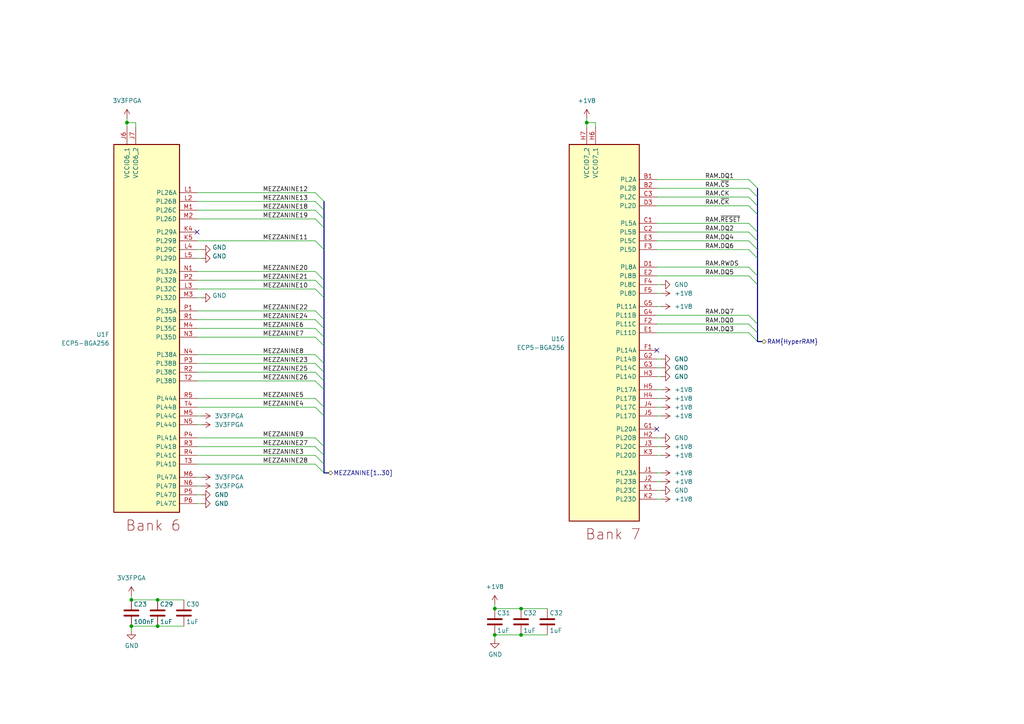
<source format=kicad_sch>
(kicad_sch (version 20230121) (generator eeschema)
  (paper "A4")
  (title_block (title "${TITLE}") (date "${DATE}") (rev "${VERSION}") (company "${COPYRIGHT}") (comment 1 "${LICENSE}"))
  (lib_symbols
    (symbol "Device:C" (pin_numbers hide) (pin_names (offset 0.254))
      (property "Reference" "C" (at 0.635 2.54 0))
      (property "Value" "C" (at 0.635 -2.54 0))
      (symbol "C_0_1"
        (polyline (pts (xy -2.032 -0.762) (xy 2.032 -0.762)) (stroke (width 0.508)))
        (polyline (pts (xy -2.032 0.762) (xy 2.032 0.762)) (stroke (width 0.508)))
      )
      (symbol "C_1_1"
        (pin passive line (at 0 3.81 270) (length 2.794) (name "~") (number "1"))
        (pin passive line (at 0 -3.81 90) (length 2.794) (name "~") (number "2"))
      )
    )
    (symbol "fpgas_and_processors:ECP5-BGA256" (pin_names (offset 0.762))
      (property "Reference" "U" (at -2.54 1.27 0))
      (property "Value" "ECP5-BGA256" (at 10.16 1.27 0))
      (symbol "ECP5-BGA256_1_0"
        (rectangle (start 5.08 0) (end 33.02 -71.12) (stroke (width 0.3048)) (fill (type background)))
      )
      (symbol "ECP5-BGA256_1_1"
        (text "FPGA Supplies" (at 19.05 -76.2 0) (effects (font (size 2.9972 2.9972))))
        (pin power_in line (at 38.1 -2.54 180) (length 5.08) (name "GND_1") (number "A1"))
        (pin power_in line (at 38.1 -5.08 180) (length 5.08) (name "GND_2") (number "A16"))
        (pin power_in line (at 38.1 -10.16 180) (length 5.08) (name "GND_4") (number "D15"))
        (pin power_in line (at 38.1 -7.62 180) (length 5.08) (name "GND_3") (number "D2"))
        (pin power_in line (at 38.1 -12.7 180) (length 5.08) (name "GND_5") (number "F8"))
        (pin power_in line (at 38.1 -15.24 180) (length 5.08) (name "GND_6") (number "F9"))
        (pin power_in line (at 38.1 -20.32 180) (length 5.08) (name "GND_8") (number "G10"))
        (pin power_in line (at 0 -66.04 0) (length 5.08) (name "VCCAUX_1") (number "G11"))
        (pin power_in line (at 0 -2.54 0) (length 5.08) (name "VCC_1") (number "G6"))
        (pin power_in line (at 0 -5.08 0) (length 5.08) (name "VCC_2") (number "G7"))
        (pin power_in line (at 38.1 -17.78 180) (length 5.08) (name "GND_7") (number "G8"))
        (pin power_in line (at 0 -7.62 0) (length 5.08) (name "VCC_3") (number "G9"))
        (pin power_in line (at 38.1 -22.86 180) (length 5.08) (name "GND_9") (number "H1"))
        (pin power_in line (at 38.1 -30.48 180) (length 5.08) (name "GND_12") (number "H10"))
        (pin power_in line (at 38.1 -33.02 180) (length 5.08) (name "GND_13") (number "H16"))
        (pin power_in line (at 38.1 -25.4 180) (length 5.08) (name "GND_10") (number "H8"))
        (pin power_in line (at 38.1 -27.94 180) (length 5.08) (name "GND_11") (number "H9"))
        (pin power_in line (at 38.1 -40.64 180) (length 5.08) (name "GND_16") (number "J10"))
        (pin power_in line (at 38.1 -35.56 180) (length 5.08) (name "GND_14") (number "J8"))
        (pin power_in line (at 38.1 -38.1 180) (length 5.08) (name "GND_15") (number "J9"))
        (pin power_in line (at 38.1 -53.34 180) (length 5.08) (name "GND_21") (number "K10"))
        (pin power_in line (at 38.1 -43.18 180) (length 5.08) (name "GND_17") (number "K6"))
        (pin power_in line (at 38.1 -45.72 180) (length 5.08) (name "GND_18") (number "K7"))
        (pin power_in line (at 38.1 -48.26 180) (length 5.08) (name "GND_19") (number "K8"))
        (pin power_in line (at 38.1 -50.8 180) (length 5.08) (name "GND_20") (number "K9"))
        (pin power_in line (at 0 -15.24 0) (length 5.08) (name "VCC_6") (number "L10"))
        (pin power_in line (at 0 -68.58 0) (length 5.08) (name "VCCAUX_2") (number "L7"))
        (pin power_in line (at 0 -10.16 0) (length 5.08) (name "VCC_4") (number "L8"))
        (pin power_in line (at 0 -12.7 0) (length 5.08) (name "VCC_5") (number "L9"))
        (pin power_in line (at 38.1 -58.42 180) (length 5.08) (name "GND_23") (number "N15"))
        (pin power_in line (at 38.1 -55.88 180) (length 5.08) (name "GND_22") (number "N2"))
        (pin power_in line (at 38.1 -60.96 180) (length 5.08) (name "GND_24") (number "T1"))
        (pin power_in line (at 38.1 -66.04 180) (length 5.08) (name "GND_26") (number "T12"))
        (pin power_in line (at 38.1 -68.58 180) (length 5.08) (name "GND_27") (number "T16"))
        (pin power_in line (at 38.1 -63.5 180) (length 5.08) (name "GND_25") (number "T5"))
      )
      (symbol "ECP5-BGA256_2_1"
        (rectangle (start 0 0) (end 19.05 -74.93) (stroke (width 0.3048)) (fill (type background)))
        (text "Bank 0" (at 10.16 -78.74 0) (effects (font (size 2.9972 2.9972))))
        (pin bidirectional line (at 24.13 -11.43 180) (length 5.08) (name "PT4A") (number "A2"))
        (pin bidirectional line (at 24.13 -16.51 180) (length 5.08) (name "PT6A") (number "A3"))
        (pin bidirectional line (at 24.13 -19.05 180) (length 5.08) (name "PT6B") (number "A4"))
        (pin bidirectional line (at 24.13 -43.18 180) (length 5.08) (name "PT18A") (number "A5"))
        (pin bidirectional line (at 24.13 -45.72 180) (length 5.08) (name "PT18B") (number "A6"))
        (pin bidirectional line (at 24.13 -68.58 180) (length 5.08) (name "PT29A") (number "A7"))
        (pin bidirectional line (at 24.13 -71.12 180) (length 5.08) (name "PT29B") (number "A8"))
        (pin bidirectional line (at 24.13 -13.97 180) (length 5.08) (name "PT4B") (number "B3"))
        (pin bidirectional line (at 24.13 -29.21 180) (length 5.08) (name "PT11B") (number "B4"))
        (pin bidirectional line (at 24.13 -39.37 180) (length 5.08) (name "PT15B") (number "B5"))
        (pin bidirectional line (at 24.13 -55.88 180) (length 5.08) (name "PT22B") (number "B6"))
        (pin bidirectional line (at 24.13 -66.04 180) (length 5.08) (name "PT27B") (number "B7"))
        (pin bidirectional line (at 24.13 -26.67 180) (length 5.08) (name "PT11A") (number "C4"))
        (pin bidirectional line (at 24.13 -36.83 180) (length 5.08) (name "PT15A") (number "C5"))
        (pin bidirectional line (at 24.13 -53.34 180) (length 5.08) (name "PT22A") (number "C6"))
        (pin bidirectional line (at 24.13 -63.5 180) (length 5.08) (name "PT27A") (number "C7"))
        (pin bidirectional line (at 24.13 -24.13 180) (length 5.08) (name "PT9B") (number "D4"))
        (pin bidirectional line (at 24.13 -34.29 180) (length 5.08) (name "PT13B") (number "D5"))
        (pin bidirectional line (at 24.13 -50.8 180) (length 5.08) (name "PT20B") (number "D6"))
        (pin bidirectional line (at 24.13 -60.96 180) (length 5.08) (name "PT24B") (number "D7"))
        (pin bidirectional line (at 24.13 -21.59 180) (length 5.08) (name "PT9A") (number "E4"))
        (pin bidirectional line (at 24.13 -31.75 180) (length 5.08) (name "PT13A") (number "E5"))
        (pin bidirectional line (at 24.13 -48.26 180) (length 5.08) (name "PT20A") (number "E6"))
        (pin bidirectional line (at 24.13 -58.42 180) (length 5.08) (name "PT24A") (number "E7"))
        (pin power_in line (at 7.62 5.08 270) (length 5.08) (name "VCCIO0_1") (number "F6"))
        (pin power_in line (at 5.08 5.08 270) (length 5.08) (name "VCCIO0_2") (number "F7"))
      )
      (symbol "ECP5-BGA256_3_0"
        (rectangle (start 0 0) (end 21.59 -93.98) (stroke (width 0.3048)) (fill (type background)))
      )
      (symbol "ECP5-BGA256_3_1"
        (text "Bank 1" (at 8.89 -96.52 0) (effects (font (size 2.9972 2.9972))))
        (pin bidirectional line (at 26.67 -34.29 180) (length 5.08) (name "PT42B") (number "A10"))
        (pin bidirectional line (at 26.67 -57.15 180) (length 5.08) (name "PT53A") (number "A11"))
        (pin bidirectional line (at 26.67 -59.69 180) (length 5.08) (name "PT53B") (number "A12"))
        (pin bidirectional line (at 26.67 -82.55 180) (length 5.08) (name "PT65A") (number "A13"))
        (pin bidirectional line (at 26.67 -85.09 180) (length 5.08) (name "PT65B") (number "A14"))
        (pin bidirectional line (at 26.67 -90.17 180) (length 5.08) (name "PT67B") (number "A15"))
        (pin bidirectional line (at 26.67 -31.75 180) (length 5.08) (name "PT42A") (number "A9"))
        (pin bidirectional line (at 26.67 -36.83 180) (length 5.08) (name "PT44A") (number "B10"))
        (pin bidirectional line (at 26.67 -46.99 180) (length 5.08) (name "PT49A") (number "B11"))
        (pin bidirectional line (at 26.67 -62.23 180) (length 5.08) (name "PT56A") (number "B12"))
        (pin bidirectional line (at 26.67 -72.39 180) (length 5.08) (name "PT60A") (number "B13"))
        (pin bidirectional line (at 26.67 -87.63 180) (length 5.08) (name "PT67A") (number "B14"))
        (pin bidirectional line (at 26.67 -19.05 180) (length 5.08) (name "PT35B") (number "B8"))
        (pin bidirectional line (at 26.67 -21.59 180) (length 5.08) (name "PT38A") (number "B9"))
        (pin bidirectional line (at 26.67 -39.37 180) (length 5.08) (name "PT44B") (number "C10"))
        (pin bidirectional line (at 26.67 -49.53 180) (length 5.08) (name "PT49B") (number "C11"))
        (pin bidirectional line (at 26.67 -64.77 180) (length 5.08) (name "PT56B") (number "C12"))
        (pin bidirectional line (at 26.67 -74.93 180) (length 5.08) (name "PT60B") (number "C13"))
        (pin bidirectional line (at 26.67 -16.51 180) (length 5.08) (name "PT35A") (number "C8"))
        (pin bidirectional line (at 26.67 -24.13 180) (length 5.08) (name "PT38B") (number "C9"))
        (pin bidirectional line (at 26.67 -41.91 180) (length 5.08) (name "PT47A") (number "D10"))
        (pin bidirectional line (at 26.67 -52.07 180) (length 5.08) (name "PT51A") (number "D11"))
        (pin bidirectional line (at 26.67 -67.31 180) (length 5.08) (name "PT58A") (number "D12"))
        (pin bidirectional line (at 26.67 -77.47 180) (length 5.08) (name "PT62A") (number "D13"))
        (pin bidirectional line (at 26.67 -13.97 180) (length 5.08) (name "PT33B") (number "D8"))
        (pin bidirectional line (at 26.67 -26.67 180) (length 5.08) (name "PT40A") (number "D9"))
        (pin bidirectional line (at 26.67 -44.45 180) (length 5.08) (name "PT47B") (number "E10"))
        (pin bidirectional line (at 26.67 -54.61 180) (length 5.08) (name "PT51B") (number "E11"))
        (pin bidirectional line (at 26.67 -69.85 180) (length 5.08) (name "PT58B") (number "E12"))
        (pin bidirectional line (at 26.67 -80.01 180) (length 5.08) (name "PT62B") (number "E13"))
        (pin bidirectional line (at 26.67 -11.43 180) (length 5.08) (name "PT33A") (number "E8"))
        (pin bidirectional line (at 26.67 -29.21 180) (length 5.08) (name "PT40B") (number "E9"))
        (pin power_in line (at 6.35 5.08 270) (length 5.08) (name "VCCIO1_1") (number "F10"))
        (pin power_in line (at 3.81 5.08 270) (length 5.08) (name "VCCIO1_2") (number "F11"))
      )
      (symbol "ECP5-BGA256_4_1"
        (rectangle (start 0 0) (end 19.05 -93.98) (stroke (width 0.3048)) (fill (type background)))
        (text "Bank 2" (at 10.16 -97.79 0) (effects (font (size 2.9972 2.9972))))
        (pin bidirectional line (at 24.13 -13.97 180) (length 5.08) (name "PR2B") (number "B15"))
        (pin bidirectional line (at 24.13 -11.43 180) (length 5.08) (name "PR2A") (number "B16"))
        (pin bidirectional line (at 24.13 -16.51 180) (length 5.08) (name "PR2C") (number "C14"))
        (pin bidirectional line (at 24.13 -24.13 180) (length 5.08) (name "PR5B") (number "C15"))
        (pin bidirectional line (at 24.13 -21.59 180) (length 5.08) (name "PR5A") (number "C16"))
        (pin bidirectional line (at 24.13 -19.05 180) (length 5.08) (name "PR2D") (number "D14"))
        (pin bidirectional line (at 24.13 -31.75 180) (length 5.08) (name "PR8A") (number "D16"))
        (pin bidirectional line (at 24.13 -26.67 180) (length 5.08) (name "PR5C") (number "E14"))
        (pin bidirectional line (at 24.13 -34.29 180) (length 5.08) (name "PR8B") (number "E15"))
        (pin bidirectional line (at 24.13 -49.53 180) (length 5.08) (name "PR11D") (number "E16"))
        (pin bidirectional line (at 24.13 -39.37 180) (length 5.08) (name "PR8D") (number "F12"))
        (pin bidirectional line (at 24.13 -36.83 180) (length 5.08) (name "PR8C") (number "F13"))
        (pin bidirectional line (at 24.13 -29.21 180) (length 5.08) (name "PR5D") (number "F14"))
        (pin bidirectional line (at 24.13 -46.99 180) (length 5.08) (name "PR11C") (number "F15"))
        (pin bidirectional line (at 24.13 -52.07 180) (length 5.08) (name "PR14A") (number "F16"))
        (pin bidirectional line (at 24.13 -41.91 180) (length 5.08) (name "PR11A") (number "G12"))
        (pin bidirectional line (at 24.13 -44.45 180) (length 5.08) (name "PR11B") (number "G13"))
        (pin bidirectional line (at 24.13 -57.15 180) (length 5.08) (name "PR14C") (number "G14"))
        (pin bidirectional line (at 24.13 -54.61 180) (length 5.08) (name "PR14B") (number "G15"))
        (pin bidirectional line (at 24.13 -72.39 180) (length 5.08) (name "PR20A") (number "G16"))
        (pin power_in line (at 3.81 5.08 270) (length 5.08) (name "VCCIO2_1") (number "H11"))
        (pin bidirectional line (at 24.13 -62.23 180) (length 5.08) (name "PR17A") (number "H12"))
        (pin bidirectional line (at 24.13 -64.77 180) (length 5.08) (name "PR17B") (number "H13"))
        (pin bidirectional line (at 24.13 -59.69 180) (length 5.08) (name "PR14D") (number "H14"))
        (pin bidirectional line (at 24.13 -74.93 180) (length 5.08) (name "PR20B") (number "H15"))
        (pin power_in line (at 6.35 5.08 270) (length 5.08) (name "VCCIO2_2") (number "J11"))
        (pin bidirectional line (at 24.13 -69.85 180) (length 5.08) (name "PR17D") (number "J12"))
        (pin bidirectional line (at 24.13 -67.31 180) (length 5.08) (name "PR17C") (number "J13"))
        (pin bidirectional line (at 24.13 -77.47 180) (length 5.08) (name "PR20C") (number "J14"))
        (pin bidirectional line (at 24.13 -85.09 180) (length 5.08) (name "PR23B") (number "J15"))
        (pin bidirectional line (at 24.13 -82.55 180) (length 5.08) (name "PR23A") (number "J16"))
        (pin bidirectional line (at 24.13 -80.01 180) (length 5.08) (name "PR20D") (number "K14"))
        (pin bidirectional line (at 24.13 -90.17 180) (length 5.08) (name "PR23D") (number "K15"))
        (pin bidirectional line (at 24.13 -87.63 180) (length 5.08) (name "PR23C") (number "K16"))
      )
      (symbol "ECP5-BGA256_5_0"
        (rectangle (start 0 0) (end 20.32 -91.44) (stroke (width 0.3048)) (fill (type background)))
      )
      (symbol "ECP5-BGA256_5_1"
        (text "Bank 3" (at 15.24 -96.52 0) (effects (font (size 2.9972 2.9972))))
        (pin power_in line (at 3.81 5.08 270) (length 5.08) (name "VCCIO3_1") (number "K11"))
        (pin bidirectional line (at 25.4 -22.86 180) (length 5.08) (name "PR29B") (number "K12"))
        (pin bidirectional line (at 25.4 -20.32 180) (length 5.08) (name "PR29A") (number "K13"))
        (pin power_in line (at 6.35 5.08 270) (length 5.08) (name "VCCIO3_2") (number "L11"))
        (pin bidirectional line (at 25.4 -27.94 180) (length 5.08) (name "PR29D") (number "L12"))
        (pin bidirectional line (at 25.4 -25.4 180) (length 5.08) (name "PR29C") (number "L13"))
        (pin bidirectional line (at 25.4 -35.56 180) (length 5.08) (name "PR32C") (number "L14"))
        (pin bidirectional line (at 25.4 -12.7 180) (length 5.08) (name "PR26B") (number "L15"))
        (pin bidirectional line (at 25.4 -10.16 180) (length 5.08) (name "PR26A") (number "L16"))
        (pin bidirectional line (at 25.4 -81.28 180) (length 5.08) (name "PR47A") (number "M11"))
        (pin bidirectional line (at 25.4 -76.2 180) (length 5.08) (name "PR44C") (number "M12"))
        (pin bidirectional line (at 25.4 -45.72 180) (length 5.08) (name "PR35C") (number "M13"))
        (pin bidirectional line (at 25.4 -38.1 180) (length 5.08) (name "PR32D") (number "M14"))
        (pin bidirectional line (at 25.4 -17.78 180) (length 5.08) (name "PR26D") (number "M15"))
        (pin bidirectional line (at 25.4 -15.24 180) (length 5.08) (name "PR26C") (number "M16"))
        (pin bidirectional line (at 25.4 -83.82 180) (length 5.08) (name "PR47B") (number "N11"))
        (pin bidirectional line (at 25.4 -78.74 180) (length 5.08) (name "PR44D") (number "N12"))
        (pin bidirectional line (at 25.4 -50.8 180) (length 5.08) (name "PR38A") (number "N13"))
        (pin bidirectional line (at 25.4 -48.26 180) (length 5.08) (name "PR35D") (number "N14"))
        (pin bidirectional line (at 25.4 -30.48 180) (length 5.08) (name "PR32A") (number "N16"))
        (pin bidirectional line (at 25.4 -86.36 180) (length 5.08) (name "PR47C") (number "P11"))
        (pin bidirectional line (at 25.4 -88.9 180) (length 5.08) (name "PR47D") (number "P12"))
        (pin bidirectional line (at 25.4 -60.96 180) (length 5.08) (name "PR41A") (number "P13"))
        (pin bidirectional line (at 25.4 -53.34 180) (length 5.08) (name "PR38B") (number "P14"))
        (pin bidirectional line (at 25.4 -33.02 180) (length 5.08) (name "PR32B") (number "P15"))
        (pin bidirectional line (at 25.4 -40.64 180) (length 5.08) (name "PR35A") (number "P16"))
        (pin bidirectional line (at 25.4 -71.12 180) (length 5.08) (name "PR44A") (number "R12"))
        (pin bidirectional line (at 25.4 -66.04 180) (length 5.08) (name "PR41C") (number "R13"))
        (pin bidirectional line (at 25.4 -63.5 180) (length 5.08) (name "PR41B") (number "R14"))
        (pin bidirectional line (at 25.4 -55.88 180) (length 5.08) (name "PR38C") (number "R15"))
        (pin bidirectional line (at 25.4 -43.18 180) (length 5.08) (name "PR35B") (number "R16"))
        (pin bidirectional line (at 25.4 -73.66 180) (length 5.08) (name "PR44B") (number "T13"))
        (pin bidirectional line (at 25.4 -68.58 180) (length 5.08) (name "PR41D") (number "T14"))
        (pin bidirectional line (at 25.4 -58.42 180) (length 5.08) (name "PR38D") (number "T15"))
      )
      (symbol "ECP5-BGA256_6_1"
        (rectangle (start 0 0) (end 19.05 -106.68) (stroke (width 0.3048)) (fill (type background)))
        (text "Bank 6" (at 11.43 -110.49 0) (effects (font (size 2.9972 2.9972))))
        (pin power_in line (at 3.81 5.08 270) (length 5.08) (name "VCCIO6_1") (number "J6"))
        (pin power_in line (at 6.35 5.08 270) (length 5.08) (name "VCCIO6_2") (number "J7"))
        (pin bidirectional line (at 24.13 -25.4 180) (length 5.08) (name "PL29A") (number "K4"))
        (pin bidirectional line (at 24.13 -27.94 180) (length 5.08) (name "PL29B") (number "K5"))
        (pin bidirectional line (at 24.13 -13.97 180) (length 5.08) (name "PL26A") (number "L1"))
        (pin bidirectional line (at 24.13 -16.51 180) (length 5.08) (name "PL26B") (number "L2"))
        (pin bidirectional line (at 24.13 -41.91 180) (length 5.08) (name "PL32C") (number "L3"))
        (pin bidirectional line (at 24.13 -30.48 180) (length 5.08) (name "PL29C") (number "L4"))
        (pin bidirectional line (at 24.13 -33.02 180) (length 5.08) (name "PL29D") (number "L5"))
        (pin bidirectional line (at 24.13 -19.05 180) (length 5.08) (name "PL26C") (number "M1"))
        (pin bidirectional line (at 24.13 -21.59 180) (length 5.08) (name "PL26D") (number "M2"))
        (pin bidirectional line (at 24.13 -44.45 180) (length 5.08) (name "PL32D") (number "M3"))
        (pin bidirectional line (at 24.13 -53.34 180) (length 5.08) (name "PL35C") (number "M4"))
        (pin bidirectional line (at 24.13 -78.74 180) (length 5.08) (name "PL44C") (number "M5"))
        (pin bidirectional line (at 24.13 -96.52 180) (length 5.08) (name "PL47A") (number "M6"))
        (pin bidirectional line (at 24.13 -36.83 180) (length 5.08) (name "PL32A") (number "N1"))
        (pin bidirectional line (at 24.13 -55.88 180) (length 5.08) (name "PL35D") (number "N3"))
        (pin bidirectional line (at 24.13 -60.96 180) (length 5.08) (name "PL38A") (number "N4"))
        (pin bidirectional line (at 24.13 -81.28 180) (length 5.08) (name "PL44D") (number "N5"))
        (pin bidirectional line (at 24.13 -99.06 180) (length 5.08) (name "PL47B") (number "N6"))
        (pin bidirectional line (at 24.13 -48.26 180) (length 5.08) (name "PL35A") (number "P1"))
        (pin bidirectional line (at 24.13 -39.37 180) (length 5.08) (name "PL32B") (number "P2"))
        (pin bidirectional line (at 24.13 -63.5 180) (length 5.08) (name "PL38B") (number "P3"))
        (pin bidirectional line (at 24.13 -85.09 180) (length 5.08) (name "PL41A") (number "P4"))
        (pin bidirectional line (at 24.13 -101.6 180) (length 5.08) (name "PL47D") (number "P5"))
        (pin bidirectional line (at 24.13 -104.14 180) (length 5.08) (name "PL47C") (number "P6"))
        (pin bidirectional line (at 24.13 -50.8 180) (length 5.08) (name "PL35B") (number "R1"))
        (pin bidirectional line (at 24.13 -66.04 180) (length 5.08) (name "PL38C") (number "R2"))
        (pin bidirectional line (at 24.13 -87.63 180) (length 5.08) (name "PL41B") (number "R3"))
        (pin bidirectional line (at 24.13 -90.17 180) (length 5.08) (name "PL41C") (number "R4"))
        (pin bidirectional line (at 24.13 -73.66 180) (length 5.08) (name "PL44A") (number "R5"))
        (pin bidirectional line (at 24.13 -68.58 180) (length 5.08) (name "PL38D") (number "T2"))
        (pin bidirectional line (at 24.13 -92.71 180) (length 5.08) (name "PL41D") (number "T3"))
        (pin bidirectional line (at 24.13 -76.2 180) (length 5.08) (name "PL44B") (number "T4"))
      )
      (symbol "ECP5-BGA256_7_1"
        (rectangle (start 0 0) (end 20.32 -109.22) (stroke (width 0.3048)) (fill (type background)))
        (text "Bank 7" (at 12.7 -113.03 0) (effects (font (size 2.9972 2.9972))))
        (pin bidirectional line (at 25.4 -10.16 180) (length 5.08) (name "PL2A") (number "B1"))
        (pin bidirectional line (at 25.4 -12.7 180) (length 5.08) (name "PL2B") (number "B2"))
        (pin bidirectional line (at 25.4 -22.86 180) (length 5.08) (name "PL5A") (number "C1"))
        (pin bidirectional line (at 25.4 -25.4 180) (length 5.08) (name "PL5B") (number "C2"))
        (pin bidirectional line (at 25.4 -15.24 180) (length 5.08) (name "PL2C") (number "C3"))
        (pin bidirectional line (at 25.4 -35.56 180) (length 5.08) (name "PL8A") (number "D1"))
        (pin bidirectional line (at 25.4 -17.78 180) (length 5.08) (name "PL2D") (number "D3"))
        (pin bidirectional line (at 25.4 -54.61 180) (length 5.08) (name "PL11D") (number "E1"))
        (pin bidirectional line (at 25.4 -38.1 180) (length 5.08) (name "PL8B") (number "E2"))
        (pin bidirectional line (at 25.4 -27.94 180) (length 5.08) (name "PL5C") (number "E3"))
        (pin bidirectional line (at 25.4 -59.69 180) (length 5.08) (name "PL14A") (number "F1"))
        (pin bidirectional line (at 25.4 -52.07 180) (length 5.08) (name "PL11C") (number "F2"))
        (pin bidirectional line (at 25.4 -30.48 180) (length 5.08) (name "PL5D") (number "F3"))
        (pin bidirectional line (at 25.4 -40.64 180) (length 5.08) (name "PL8C") (number "F4"))
        (pin bidirectional line (at 25.4 -43.18 180) (length 5.08) (name "PL8D") (number "F5"))
        (pin bidirectional line (at 25.4 -82.55 180) (length 5.08) (name "PL20A") (number "G1"))
        (pin bidirectional line (at 25.4 -62.23 180) (length 5.08) (name "PL14B") (number "G2"))
        (pin bidirectional line (at 25.4 -64.77 180) (length 5.08) (name "PL14C") (number "G3"))
        (pin bidirectional line (at 25.4 -49.53 180) (length 5.08) (name "PL11B") (number "G4"))
        (pin bidirectional line (at 25.4 -46.99 180) (length 5.08) (name "PL11A") (number "G5"))
        (pin bidirectional line (at 25.4 -85.09 180) (length 5.08) (name "PL20B") (number "H2"))
        (pin bidirectional line (at 25.4 -67.31 180) (length 5.08) (name "PL14D") (number "H3"))
        (pin bidirectional line (at 25.4 -73.66 180) (length 5.08) (name "PL17B") (number "H4"))
        (pin bidirectional line (at 25.4 -71.12 180) (length 5.08) (name "PL17A") (number "H5"))
        (pin power_in line (at 7.62 5.08 270) (length 5.08) (name "VCCIO7_1") (number "H6"))
        (pin power_in line (at 5.08 5.08 270) (length 5.08) (name "VCCIO7_2") (number "H7"))
        (pin bidirectional line (at 25.4 -95.25 180) (length 5.08) (name "PL23A") (number "J1"))
        (pin bidirectional line (at 25.4 -97.79 180) (length 5.08) (name "PL23B") (number "J2"))
        (pin bidirectional line (at 25.4 -87.63 180) (length 5.08) (name "PL20C") (number "J3"))
        (pin bidirectional line (at 25.4 -76.2 180) (length 5.08) (name "PL17C") (number "J4"))
        (pin bidirectional line (at 25.4 -78.74 180) (length 5.08) (name "PL17D") (number "J5"))
        (pin bidirectional line (at 25.4 -100.33 180) (length 5.08) (name "PL23C") (number "K1"))
        (pin bidirectional line (at 25.4 -102.87 180) (length 5.08) (name "PL23D") (number "K2"))
        (pin bidirectional line (at 25.4 -90.17 180) (length 5.08) (name "PL20D") (number "K3"))
      )
      (symbol "ECP5-BGA256_8_0"
        (text "(Config)" (at 13.97 -97.79 0) (effects (font (size 2.9972 2.9972))))
        (text "Bank 8" (at 13.97 -92.71 0) (effects (font (size 2.9972 2.9972))))
      )
      (symbol "ECP5-BGA256_8_1"
        (rectangle (start 0 0) (end 21.59 -88.9) (stroke (width 0.3048)) (fill (type background)))
        (pin power_in line (at 5.08 5.08 270) (length 5.08) (name "VCCIO8") (number "L6"))
        (pin output line (at 26.67 -57.15 180) (length 5.08) (name "TDO") (number "M10"))
        (pin bidirectional line (at 26.67 -24.13 180) (length 5.08) (name "D2/PB9B") (number "M7"))
        (pin bidirectional line (at 26.67 -39.37 180) (length 5.08) (name "DOUT/CSON/PB15B") (number "M8"))
        (pin bidirectional line (at 26.67 -41.91 180) (length 5.08) (name "WRITEEN/PB18A") (number "M9"))
        (pin input line (at 26.67 -68.58 180) (length 5.08) (name "CFG_0") (number "N10"))
        (pin bidirectional line (at 26.67 -21.59 180) (length 5.08) (name "D3/PB9A") (number "N7"))
        (pin bidirectional line (at 26.67 -36.83 180) (length 5.08) (name "HOLDN/DI/PB15A") (number "N8"))
        (pin bidirectional line (at 26.67 -63.5 180) (length 5.08) (name "MCLK/SCLK/CCLK") (number "N9"))
        (pin input line (at 26.67 -71.12 180) (length 5.08) (name "CFG_1") (number "P10"))
        (pin bidirectional line (at 26.67 -19.05 180) (length 5.08) (name "D4/PICO2/PB6B") (number "P7"))
        (pin bidirectional line (at 26.67 -34.29 180) (length 5.08) (name "CS1N/PB13B") (number "P8"))
        (pin bidirectional line (at 26.67 -80.01 180) (length 5.08) (name "DONE") (number "P9"))
        (pin input line (at 26.67 -73.66 180) (length 5.08) (name "CFG_2") (number "R10"))
        (pin input line (at 26.67 -54.61 180) (length 5.08) (name "TDI") (number "R11"))
        (pin bidirectional line (at 26.67 -13.97 180) (length 5.08) (name "D6/PB4B") (number "R6"))
        (pin bidirectional line (at 26.67 -16.51 180) (length 5.08) (name "D5/POCI2/PB6A") (number "R7"))
        (pin bidirectional line (at 26.67 -31.75 180) (length 5.08) (name "SN/CSN/PB13A") (number "R8"))
        (pin bidirectional line (at 26.67 -85.09 180) (length 5.08) (name "PROGRAMN") (number "R9"))
        (pin input line (at 26.67 -52.07 180) (length 5.08) (name "TCK") (number "T10"))
        (pin input line (at 26.67 -49.53 180) (length 5.08) (name "TMS") (number "T11"))
        (pin bidirectional line (at 26.67 -11.43 180) (length 5.08) (name "D7/PB4A") (number "T6"))
        (pin bidirectional line (at 26.67 -26.67 180) (length 5.08) (name "D1/POCI/PB11A") (number "T7"))
        (pin bidirectional line (at 26.67 -29.21 180) (length 5.08) (name "D0/PICO/PB11B") (number "T8"))
        (pin bidirectional line (at 26.67 -82.55 180) (length 5.08) (name "INITN") (number "T9"))
      )
    )
    (symbol "power:+1V8" (power) (pin_names (offset 0))
      (property "Value" "+1V8" (at 0 3.556 0))
      (symbol "+1V8_0_1"
        (polyline (pts (xy -0.762 1.27) (xy 0 2.54)))
        (polyline (pts (xy 0 0) (xy 0 2.54)))
        (polyline (pts (xy 0 2.54) (xy 0.762 1.27)))
      )
      (symbol "+1V8_1_1"
        (pin power_in line (at 0 0 90) (length 0) hide (name "+1V8") (number "1"))
      )
    )
    (symbol "power:GND" (power) (pin_names (offset 0))
      (property "Value" "GND" (at 0 -3.81 0))
      (symbol "GND_0_1"
        (polyline (pts (xy 0 0) (xy 0 -1.27) (xy 1.27 -1.27) (xy 0 -2.54) (xy -1.27 -1.27) (xy 0 -1.27)))
      )
      (symbol "GND_1_1"
        (pin power_in line (at 0 0 270) (length 0) hide (name "GND") (number "1"))
      )
    )
    (symbol "support_hardware:3V3FPGA" (power) (pin_names (offset 0))
      (property "Value" "3V3FPGA" (at 0 3.81 0))
      (symbol "3V3FPGA_0_1"
        (polyline (pts (xy -0.762 1.27) (xy 0 2.54)))
        (polyline (pts (xy 0 0) (xy 0 2.54)))
        (polyline (pts (xy 0 2.54) (xy 0.762 1.27)))
      )
      (symbol "3V3FPGA_1_1"
        (pin power_in line (at 0 0 90) (length 0) hide (name "3V3FPGA") (number "1"))
      )
    )
  )
  (junction (at 36.83 35.56))
  (junction (at 151.13 176.53))
  (junction (at 45.72 173.99))
  (junction (at 38.1 181.61))
  (junction (at 45.72 181.61))
  (junction (at 38.1 173.99))
  (junction (at 170.18 35.56))
  (junction (at 143.51 176.53))
  (junction (at 151.13 184.15))
  (junction (at 143.51 184.15))
  (no_connect (at 190.5 124.46))
  (no_connect (at 190.5 101.6))
  (no_connect (at 57.15 67.31))
  (bus_entry (at 93.98 105.41) (size -2.54 -2.54))
  (bus_entry (at 217.17 72.39) (size 2.54 2.54))
  (bus_entry (at 93.98 100.33) (size -2.54 -2.54))
  (bus_entry (at 91.44 115.57) (size 2.54 2.54))
  (bus_entry (at 217.17 93.98) (size 2.54 2.54))
  (bus_entry (at 93.98 110.49) (size -2.54 -2.54))
  (bus_entry (at 217.17 69.85) (size 2.54 2.54))
  (bus_entry (at 93.98 63.5) (size -2.54 -2.54))
  (bus_entry (at 93.98 134.62) (size -2.54 -2.54))
  (bus_entry (at 93.98 60.96) (size -2.54 -2.54))
  (bus_entry (at 217.17 77.47) (size 2.54 2.54))
  (bus_entry (at 93.98 92.71) (size -2.54 -2.54))
  (bus_entry (at 93.98 72.39) (size -2.54 -2.54))
  (bus_entry (at 93.98 113.03) (size -2.54 -2.54))
  (bus_entry (at 217.17 67.31) (size 2.54 2.54))
  (bus_entry (at 217.17 80.01) (size 2.54 2.54))
  (bus_entry (at 93.98 97.79) (size -2.54 -2.54))
  (bus_entry (at 91.44 63.5) (size 2.54 2.54))
  (bus_entry (at 93.98 58.42) (size -2.54 -2.54))
  (bus_entry (at 217.17 64.77) (size 2.54 2.54))
  (bus_entry (at 93.98 129.54) (size -2.54 -2.54))
  (bus_entry (at 93.98 83.82) (size -2.54 -2.54))
  (bus_entry (at 217.17 52.07) (size 2.54 2.54))
  (bus_entry (at 93.98 120.65) (size -2.54 -2.54))
  (bus_entry (at 217.17 59.69) (size 2.54 2.54))
  (bus_entry (at 93.98 81.28) (size -2.54 -2.54))
  (bus_entry (at 93.98 107.95) (size -2.54 -2.54))
  (bus_entry (at 93.98 137.16) (size -2.54 -2.54))
  (bus_entry (at 93.98 86.36) (size -2.54 -2.54))
  (bus_entry (at 93.98 95.25) (size -2.54 -2.54))
  (bus_entry (at 217.17 96.52) (size 2.54 2.54))
  (bus_entry (at 217.17 54.61) (size 2.54 2.54))
  (bus_entry (at 93.98 132.08) (size -2.54 -2.54))
  (bus_entry (at 217.17 91.44) (size 2.54 2.54))
  (bus_entry (at 217.17 57.15) (size 2.54 2.54))
  (wire (pts (xy 57.15 120.65) (xy 58.42 120.65)))
  (wire (pts (xy 190.5 104.14) (xy 191.77 104.14)))
  (bus (pts (xy 219.71 74.93) (xy 219.71 80.01)))
  (wire (pts (xy 190.5 85.09) (xy 191.77 85.09)))
  (wire (pts (xy 57.15 140.97) (xy 58.42 140.97)))
  (wire (pts (xy 151.13 184.15) (xy 143.51 184.15)))
  (bus (pts (xy 93.98 97.79) (xy 93.98 100.33)))
  (wire (pts (xy 190.5 142.24) (xy 191.77 142.24)))
  (wire (pts (xy 190.5 57.15) (xy 217.17 57.15)))
  (wire (pts (xy 190.5 109.22) (xy 191.77 109.22)))
  (wire (pts (xy 57.15 72.39) (xy 58.42 72.39)))
  (wire (pts (xy 170.18 35.56) (xy 172.72 35.56)))
  (wire (pts (xy 57.15 146.05) (xy 58.42 146.05)))
  (wire (pts (xy 57.15 97.79) (xy 91.44 97.79)))
  (wire (pts (xy 190.5 132.08) (xy 191.77 132.08)))
  (wire (pts (xy 57.15 95.25) (xy 91.44 95.25)))
  (wire (pts (xy 57.15 143.51) (xy 58.42 143.51)))
  (wire (pts (xy 57.15 138.43) (xy 58.42 138.43)))
  (wire (pts (xy 57.15 83.82) (xy 91.44 83.82)))
  (bus (pts (xy 93.98 120.65) (xy 93.98 129.54)))
  (bus (pts (xy 219.71 93.98) (xy 219.71 96.52)))
  (wire (pts (xy 57.15 58.42) (xy 91.44 58.42)))
  (wire (pts (xy 190.5 127) (xy 191.77 127)))
  (wire (pts (xy 190.5 113.03) (xy 191.77 113.03)))
  (wire (pts (xy 190.5 120.65) (xy 191.77 120.65)))
  (bus (pts (xy 219.71 62.23) (xy 219.71 67.31)))
  (wire (pts (xy 190.5 77.47) (xy 217.17 77.47)))
  (wire (pts (xy 45.72 173.99) (xy 53.34 173.99)))
  (wire (pts (xy 57.15 134.62) (xy 91.44 134.62)))
  (wire (pts (xy 57.15 118.11) (xy 91.44 118.11)))
  (wire (pts (xy 57.15 81.28) (xy 91.44 81.28)))
  (wire (pts (xy 190.5 69.85) (xy 217.17 69.85)))
  (wire (pts (xy 57.15 55.88) (xy 91.44 55.88)))
  (wire (pts (xy 190.5 96.52) (xy 217.17 96.52)))
  (bus (pts (xy 219.71 57.15) (xy 219.71 59.69)))
  (wire (pts (xy 57.15 110.49) (xy 91.44 110.49)))
  (bus (pts (xy 93.98 134.62) (xy 93.98 137.16)))
  (wire (pts (xy 190.5 80.01) (xy 217.17 80.01)))
  (bus (pts (xy 93.98 58.42) (xy 93.98 60.96)))
  (bus (pts (xy 219.71 69.85) (xy 219.71 72.39)))
  (wire (pts (xy 57.15 78.74) (xy 91.44 78.74)))
  (bus (pts (xy 93.98 107.95) (xy 93.98 110.49)))
  (wire (pts (xy 190.5 88.9) (xy 191.77 88.9)))
  (wire (pts (xy 143.51 175.26) (xy 143.51 176.53)))
  (wire (pts (xy 190.5 67.31) (xy 217.17 67.31)))
  (bus (pts (xy 93.98 81.28) (xy 93.98 83.82)))
  (wire (pts (xy 190.5 93.98) (xy 217.17 93.98)))
  (wire (pts (xy 190.5 106.68) (xy 191.77 106.68)))
  (bus (pts (xy 93.98 60.96) (xy 93.98 63.5)))
  (wire (pts (xy 143.51 176.53) (xy 151.13 176.53)))
  (wire (pts (xy 190.5 91.44) (xy 217.17 91.44)))
  (bus (pts (xy 219.71 67.31) (xy 219.71 69.85)))
  (wire (pts (xy 190.5 139.7) (xy 191.77 139.7)))
  (wire (pts (xy 190.5 137.16) (xy 191.77 137.16)))
  (wire (pts (xy 36.83 35.56) (xy 39.37 35.56)))
  (wire (pts (xy 57.15 129.54) (xy 91.44 129.54)))
  (wire (pts (xy 38.1 181.61) (xy 45.72 181.61)))
  (wire (pts (xy 151.13 176.53) (xy 158.75 176.53)))
  (bus (pts (xy 93.98 113.03) (xy 93.98 118.11)))
  (wire (pts (xy 190.5 115.57) (xy 191.77 115.57)))
  (bus (pts (xy 93.98 92.71) (xy 93.98 95.25)))
  (wire (pts (xy 57.15 63.5) (xy 91.44 63.5)))
  (bus (pts (xy 93.98 66.04) (xy 93.98 72.39)))
  (wire (pts (xy 190.5 52.07) (xy 217.17 52.07)))
  (wire (pts (xy 45.72 181.61) (xy 53.34 181.61)))
  (bus (pts (xy 93.98 95.25) (xy 93.98 97.79)))
  (wire (pts (xy 190.5 54.61) (xy 217.17 54.61)))
  (bus (pts (xy 93.98 105.41) (xy 93.98 107.95)))
  (wire (pts (xy 57.15 69.85) (xy 91.44 69.85)))
  (bus (pts (xy 219.71 54.61) (xy 219.71 57.15)))
  (wire (pts (xy 172.72 35.56) (xy 172.72 36.83)))
  (wire (pts (xy 57.15 115.57) (xy 91.44 115.57)))
  (wire (pts (xy 57.15 102.87) (xy 91.44 102.87)))
  (wire (pts (xy 190.5 59.69) (xy 217.17 59.69)))
  (wire (pts (xy 143.51 185.42) (xy 143.51 184.15)))
  (wire (pts (xy 57.15 86.36) (xy 58.42 86.36)))
  (wire (pts (xy 190.5 82.55) (xy 191.77 82.55)))
  (wire (pts (xy 190.5 118.11) (xy 191.77 118.11)))
  (wire (pts (xy 170.18 36.83) (xy 170.18 35.56)))
  (bus (pts (xy 93.98 100.33) (xy 93.98 105.41)))
  (bus (pts (xy 219.71 96.52) (xy 219.71 99.06)))
  (bus (pts (xy 93.98 72.39) (xy 93.98 81.28)))
  (wire (pts (xy 151.13 184.15) (xy 158.75 184.15)))
  (wire (pts (xy 190.5 72.39) (xy 217.17 72.39)))
  (wire (pts (xy 57.15 123.19) (xy 58.42 123.19)))
  (bus (pts (xy 93.98 129.54) (xy 93.98 132.08)))
  (wire (pts (xy 38.1 181.61) (xy 38.1 182.88)))
  (wire (pts (xy 170.18 35.56) (xy 170.18 34.29)))
  (bus (pts (xy 219.71 82.55) (xy 219.71 93.98)))
  (bus (pts (xy 219.71 59.69) (xy 219.71 62.23)))
  (bus (pts (xy 219.71 72.39) (xy 219.71 74.93)))
  (wire (pts (xy 39.37 35.56) (xy 39.37 36.83)))
  (wire (pts (xy 57.15 74.93) (xy 58.42 74.93)))
  (bus (pts (xy 93.98 83.82) (xy 93.98 86.36)))
  (bus (pts (xy 93.98 110.49) (xy 93.98 113.03)))
  (wire (pts (xy 57.15 107.95) (xy 91.44 107.95)))
  (wire (pts (xy 38.1 172.72) (xy 38.1 173.99)))
  (bus (pts (xy 93.98 118.11) (xy 93.98 120.65)))
  (wire (pts (xy 190.5 64.77) (xy 217.17 64.77)))
  (bus (pts (xy 220.98 99.06) (xy 219.71 99.06)))
  (wire (pts (xy 190.5 129.54) (xy 191.77 129.54)))
  (wire (pts (xy 36.83 36.83) (xy 36.83 35.56)))
  (bus (pts (xy 93.98 132.08) (xy 93.98 134.62)))
  (bus (pts (xy 93.98 137.16) (xy 95.25 137.16)))
  (wire (pts (xy 36.83 35.56) (xy 36.83 34.29)))
  (wire (pts (xy 57.15 132.08) (xy 91.44 132.08)))
  (wire (pts (xy 38.1 173.99) (xy 45.72 173.99)))
  (wire (pts (xy 57.15 90.17) (xy 91.44 90.17)))
  (bus (pts (xy 93.98 63.5) (xy 93.98 66.04)))
  (wire (pts (xy 190.5 144.78) (xy 191.77 144.78)))
  (bus (pts (xy 93.98 86.36) (xy 93.98 92.71)))
  (wire (pts (xy 57.15 127) (xy 91.44 127)))
  (wire (pts (xy 57.15 92.71) (xy 91.44 92.71)))
  (bus (pts (xy 219.71 80.01) (xy 219.71 82.55)))
  (wire (pts (xy 57.15 105.41) (xy 91.44 105.41)))
  (wire (pts (xy 57.15 60.96) (xy 91.44 60.96)))
  (label "MEZZANINE7" (at 76.2 97.79 0))
  (label "MEZZANINE27" (at 76.2 129.54 0))
  (label "MEZZANINE19" (at 76.2 63.5 0))
  (label "MEZZANINE23" (at 76.2 105.41 0))
  (label "RAM.~{CK}" (at 204.47 59.69 0))
  (label "RAM.DQ0" (at 204.47 93.98 0))
  (label "RAM.DQ2" (at 204.47 67.31 0))
  (label "MEZZANINE9" (at 76.2 127 0))
  (label "MEZZANINE13" (at 76.2 58.42 0))
  (label "MEZZANINE11" (at 76.2 69.85 0))
  (label "RAM.DQ6" (at 204.47 72.39 0))
  (label "MEZZANINE22" (at 76.2 90.17 0))
  (label "MEZZANINE18" (at 76.2 60.96 0))
  (label "MEZZANINE12" (at 76.2 55.88 0))
  (label "RAM.CK" (at 204.47 57.15 0))
  (label "RAM.DQ4" (at 204.47 69.85 0))
  (label "MEZZANINE4" (at 76.2 118.11 0))
  (label "RAM.~{RESET}" (at 204.47 64.77 0))
  (label "MEZZANINE8" (at 76.2 102.87 0))
  (label "MEZZANINE24" (at 76.2 92.71 0))
  (label "MEZZANINE5" (at 76.2 115.57 0))
  (label "RAM.DQ7" (at 204.47 91.44 0))
  (label "MEZZANINE21" (at 76.2 81.28 0))
  (label "MEZZANINE10" (at 76.2 83.82 0))
  (label "MEZZANINE3" (at 76.2 132.08 0))
  (label "MEZZANINE28" (at 76.2 134.62 0))
  (label "MEZZANINE25" (at 76.2 107.95 0))
  (label "MEZZANINE6" (at 76.2 95.25 0))
  (label "MEZZANINE20" (at 76.2 78.74 0))
  (label "RAM.DQ3" (at 204.47 96.52 0))
  (label "MEZZANINE26" (at 76.2 110.49 0))
  (label "RAM.~{CS}" (at 204.47 54.61 0))
  (label "RAM.DQ5" (at 204.47 80.01 0))
  (label "RAM.DQ1" (at 204.47 52.07 0))
  (label "RAM.RWDS" (at 204.47 77.47 0))
  (hierarchical_label "RAM{HyperRAM}" (shape bidirectional) (at 220.98 99.06 0))
  (hierarchical_label "MEZZANINE[1..30]" (shape bidirectional) (at 95.25 137.16 0))
  (symbol (lib_id "power:GND") (at 143.51 185.42 0) (unit 1)
    (property "Reference" "#PWR086" (effects hide))
    (property "Value" "GND" (at 143.637 189.8142 0))
    (instances (project "mainboard" (path "" (reference "#PWR086") (unit 1)) (path "" (reference "#PWR099") (unit 1))))
  )
  (symbol (lib_id "fpgas_and_processors:ECP5-BGA256") (at 33.02 41.91 0) (unit 6)
    (property "Reference" "U1" (at 31.75 97.0143 0) (effects (justify right)))
    (property "Value" "ECP5-BGA256" (at 31.75 99.5543 0) (effects (justify right)))
    (property "Footprint" "mainboard:lattice_cabga256" (effects hide))
    (property "Description" "FPGA - Field Programmable Gate Array ECP5; 12k LUTs; 1.1V" (effects hide))
    (property "Manufacturer" "Lattice" (effects hide))
    (property "Part Number" "LFE5U-12F-6BG256C" (effects hide))
    (property "Substitution" "LFE5U-12F-*BG256*, LFE5U-25F-*BG256*" (effects hide))
  )
  (symbol (lib_id "power:+1V8") (at 191.77 120.65 270) (unit 1)
    (property "Reference" "#PWR0108" (effects hide))
    (property "Value" "+1V8" (at 195.58 120.65 90) (effects (justify left)))
    (instances (project "mainboard" (path "" (reference "#PWR0108") (unit 1)) (path "" (reference "#PWR059") (unit 1))))
  )
  (symbol (lib_id "power:+1V8") (at 191.77 85.09 270) (unit 1)
    (property "Reference" "#PWR0108" (effects hide))
    (property "Value" "+1V8" (at 195.58 85.09 90) (effects (justify left)))
    (instances (project "mainboard" (path "" (reference "#PWR0108") (unit 1)) (path "" (reference "#PWR044") (unit 1))))
  )
  (symbol (lib_id "Device:C") (at 38.1 177.8 0) (unit 1)
    (property "Reference" "C23" (at 38.735 175.26 0) (effects (justify left)))
    (property "Value" "100nF" (at 38.735 180.34 0) (effects (justify left)))
    (property "Footprint" "Capacitor_SMD:C_0402_1005Metric" (effects hide))
    (property "Part Number" "CL05A104KA5NNNC" (effects hide))
    (property "Substitution" "any equivalent" (effects hide))
    (property "Description" "CAP CER 0.1UF 25V X5R 0402" (effects hide))
    (property "Manufacturer" "Samsung" (effects hide))
  )
  (symbol (lib_id "power:GND") (at 38.1 182.88 0) (unit 1)
    (property "Reference" "#PWR085" (effects hide))
    (property "Value" "GND" (at 38.227 187.2742 0))
  )
  (symbol (lib_id "support_hardware:3V3FPGA") (at 36.83 34.29 0) (unit 1)
    (property "Reference" "#PWR0317" (effects hide))
    (property "Value" "3V3FPGA" (at 36.83 29.21 0))
    (instances (project "mainboard" (path "" (reference "#PWR0317") (unit 1)) (path "" (reference "#PWR0147") (unit 1)) (path "" (reference "#PWR0287") (unit 1)) (path "" (reference "#PWR0289") (unit 1))))
  )
  (symbol (lib_id "power:+1V8") (at 191.77 144.78 270) (unit 1)
    (property "Reference" "#PWR0108" (effects hide))
    (property "Value" "+1V8" (at 195.58 144.78 90) (effects (justify left)))
    (instances (project "mainboard" (path "" (reference "#PWR0108") (unit 1)) (path "" (reference "#PWR0334") (unit 1))))
  )
  (symbol (lib_id "power:GND") (at 58.42 143.51 90) (unit 1)
    (property "Reference" "#PWR0330" (effects hide))
    (property "Value" "GND" (at 62.23 143.51 90) (effects (justify right)))
  )
  (symbol (lib_id "power:+1V8") (at 191.77 129.54 270) (unit 1)
    (property "Reference" "#PWR0108" (effects hide))
    (property "Value" "+1V8" (at 195.58 129.54 90) (effects (justify left)))
    (instances (project "mainboard" (path "" (reference "#PWR0108") (unit 1)) (path "" (reference "#PWR061") (unit 1))))
  )
  (symbol (lib_id "power:GND") (at 58.42 146.05 90) (unit 1)
    (property "Reference" "#PWR0329" (effects hide))
    (property "Value" "GND" (at 62.23 146.05 90) (effects (justify right)))
  )
  (symbol (lib_id "power:GND") (at 58.42 72.39 90) (unit 1)
    (property "Reference" "#PWR0331" (effects hide))
    (property "Value" "GND" (at 61.595 71.755 90) (effects (justify right)))
  )
  (symbol (lib_id "power:GND") (at 191.77 142.24 90) (unit 1)
    (property "Reference" "#PWR0335" (effects hide))
    (property "Value" "GND" (at 195.58 142.24 90) (effects (justify right)))
  )
  (symbol (lib_id "support_hardware:3V3FPGA") (at 58.42 123.19 270) (unit 1)
    (property "Reference" "#PWR0317" (effects hide))
    (property "Value" "3V3FPGA" (at 62.23 123.19 90) (effects (justify left)))
    (instances (project "mainboard" (path "" (reference "#PWR0317") (unit 1)) (path "" (reference "#PWR0147") (unit 1)) (path "" (reference "#PWR0287") (unit 1)) (path "" (reference "#PWR0326") (unit 1))))
  )
  (symbol (lib_id "power:+1V8") (at 191.77 88.9 270) (unit 1)
    (property "Reference" "#PWR0108" (effects hide))
    (property "Value" "+1V8" (at 195.58 88.9 90) (effects (justify left)))
    (instances (project "mainboard" (path "" (reference "#PWR0108") (unit 1)) (path "" (reference "#PWR049") (unit 1))))
  )
  (symbol (lib_id "power:GND") (at 191.77 109.22 90) (unit 1)
    (property "Reference" "#PWR055" (effects hide))
    (property "Value" "GND" (at 195.58 109.22 90) (effects (justify right)))
  )
  (symbol (lib_id "Device:C") (at 143.51 180.34 0) (unit 1)
    (property "Reference" "C31" (at 144.145 177.8 0) (effects (justify left)))
    (property "Value" "1uF" (at 144.145 182.88 0) (effects (justify left)))
    (property "Footprint" "Capacitor_SMD:C_0402_1005Metric" (effects hide))
    (property "Part Number" "CL05A105KP5NNNC" (effects hide))
    (property "Substitution" "any equivalent" (effects hide))
    (property "Description" "CAP CER 1UF 10V X5R 0402" (effects hide))
    (property "Manufacturer" "Samsung" (effects hide))
  )
  (symbol (lib_id "fpgas_and_processors:ECP5-BGA256") (at 165.1 41.91 0) (unit 7)
    (property "Reference" "U1" (at 163.83 98.2843 0) (effects (justify right)))
    (property "Value" "ECP5-BGA256" (at 163.83 100.8243 0) (effects (justify right)))
    (property "Footprint" "mainboard:lattice_cabga256" (effects hide))
    (property "Description" "FPGA - Field Programmable Gate Array ECP5; 12k LUTs; 1.1V" (effects hide))
    (property "Manufacturer" "Lattice" (effects hide))
    (property "Part Number" "LFE5U-12F-6BG256C" (effects hide))
    (property "Substitution" "LFE5U-12F-*BG256*, LFE5U-25F-*BG256*" (effects hide))
  )
  (symbol (lib_id "power:+1V8") (at 191.77 118.11 270) (unit 1)
    (property "Reference" "#PWR0108" (effects hide))
    (property "Value" "+1V8" (at 195.58 118.11 90) (effects (justify left)))
    (instances (project "mainboard" (path "" (reference "#PWR0108") (unit 1)) (path "" (reference "#PWR058") (unit 1))))
  )
  (symbol (lib_id "power:GND") (at 191.77 104.14 90) (unit 1)
    (property "Reference" "#PWR053" (effects hide))
    (property "Value" "GND" (at 195.58 104.14 90) (effects (justify right)))
  )
  (symbol (lib_id "power:GND") (at 191.77 82.55 90) (unit 1)
    (property "Reference" "#PWR047" (effects hide))
    (property "Value" "GND" (at 195.58 82.55 90) (effects (justify right)))
  )
  (symbol (lib_id "support_hardware:3V3FPGA") (at 58.42 120.65 270) (unit 1)
    (property "Reference" "#PWR0317" (effects hide))
    (property "Value" "3V3FPGA" (at 62.23 120.65 90) (effects (justify left)))
    (instances (project "mainboard" (path "" (reference "#PWR0317") (unit 1)) (path "" (reference "#PWR0147") (unit 1)) (path "" (reference "#PWR0287") (unit 1)) (path "" (reference "#PWR0325") (unit 1))))
  )
  (symbol (lib_id "power:+1V8") (at 170.18 34.29 0) (unit 1)
    (property "Reference" "#PWR0108" (effects hide))
    (property "Value" "+1V8" (at 170.18 29.21 0))
    (instances (project "mainboard" (path "" (reference "#PWR0108") (unit 1)) (path "" (reference "#PWR082") (unit 1))))
  )
  (symbol (lib_id "support_hardware:3V3FPGA") (at 58.42 138.43 270) (unit 1)
    (property "Reference" "#PWR0317" (effects hide))
    (property "Value" "3V3FPGA" (at 62.23 138.43 90) (effects (justify left)))
    (instances (project "mainboard" (path "" (reference "#PWR0317") (unit 1)) (path "" (reference "#PWR0147") (unit 1)) (path "" (reference "#PWR0287") (unit 1)) (path "" (reference "#PWR043") (unit 1))))
  )
  (symbol (lib_id "power:+1V8") (at 191.77 115.57 270) (unit 1)
    (property "Reference" "#PWR0108" (effects hide))
    (property "Value" "+1V8" (at 195.58 115.57 90) (effects (justify left)))
    (instances (project "mainboard" (path "" (reference "#PWR0108") (unit 1)) (path "" (reference "#PWR056") (unit 1))))
  )
  (symbol (lib_id "Device:C") (at 45.72 177.8 0) (unit 1)
    (property "Reference" "C29" (at 46.355 175.26 0) (effects (justify left)))
    (property "Value" "1uF" (at 46.355 180.34 0) (effects (justify left)))
    (property "Footprint" "Capacitor_SMD:C_0402_1005Metric" (effects hide))
    (property "Part Number" "CL05A105KP5NNNC" (effects hide))
    (property "Substitution" "any equivalent" (effects hide))
    (property "Description" "CAP CER 1UF 10V X5R 0402" (effects hide))
    (property "Manufacturer" "Samsung" (effects hide))
  )
  (symbol (lib_id "Device:C") (at 53.34 177.8 0) (unit 1)
    (property "Reference" "C30" (at 53.975 175.26 0) (effects (justify left)))
    (property "Value" "1uF" (at 53.975 180.34 0) (effects (justify left)))
    (property "Footprint" "Capacitor_SMD:C_0402_1005Metric" (effects hide))
    (property "Part Number" "CL05A105KP5NNNC" (effects hide))
    (property "Substitution" "any equivalent" (effects hide))
    (property "Description" "CAP CER 1UF 10V X5R 0402" (effects hide))
    (property "Manufacturer" "Samsung" (effects hide))
  )
  (symbol (lib_id "support_hardware:3V3FPGA") (at 58.42 140.97 270) (unit 1)
    (property "Reference" "#PWR0317" (effects hide))
    (property "Value" "3V3FPGA" (at 62.23 140.97 90) (effects (justify left)))
    (instances (project "mainboard" (path "" (reference "#PWR0317") (unit 1)) (path "" (reference "#PWR0147") (unit 1)) (path "" (reference "#PWR0287") (unit 1)) (path "" (reference "#PWR0328") (unit 1))))
  )
  (symbol (lib_id "support_hardware:3V3FPGA") (at 38.1 172.72 0) (unit 1)
    (property "Reference" "#PWR0317" (effects hide))
    (property "Value" "3V3FPGA" (at 38.1 167.64 0))
    (instances (project "mainboard" (path "" (reference "#PWR0317") (unit 1)) (path "" (reference "#PWR0147") (unit 1)) (path "" (reference "#PWR0287") (unit 1)) (path "" (reference "#PWR052") (unit 1))))
  )
  (symbol (lib_id "power:+1V8") (at 191.77 113.03 270) (unit 1)
    (property "Reference" "#PWR0108" (effects hide))
    (property "Value" "+1V8" (at 195.58 113.03 90) (effects (justify left)))
    (instances (project "mainboard" (path "" (reference "#PWR0108") (unit 1)) (path "" (reference "#PWR051") (unit 1))))
  )
  (symbol (lib_id "power:+1V8") (at 191.77 137.16 270) (unit 1)
    (property "Reference" "#PWR0108" (effects hide))
    (property "Value" "+1V8" (at 195.58 137.16 90) (effects (justify left)))
    (instances (project "mainboard" (path "" (reference "#PWR0108") (unit 1)) (path "" (reference "#PWR065") (unit 1))))
  )
  (symbol (lib_id "Device:C") (at 151.13 180.34 0) (unit 1)
    (property "Reference" "C32" (at 151.765 177.8 0) (effects (justify left)))
    (property "Value" "1uF" (at 151.765 182.88 0) (effects (justify left)))
    (property "Footprint" "Capacitor_SMD:C_0402_1005Metric" (effects hide))
    (property "Part Number" "CL05A105KP5NNNC" (effects hide))
    (property "Substitution" "any equivalent" (effects hide))
    (property "Description" "CAP CER 1UF 10V X5R 0402" (effects hide))
    (property "Manufacturer" "Samsung" (effects hide))
  )
  (symbol (lib_id "power:GND") (at 58.42 86.36 90) (unit 1)
    (property "Reference" "#PWR0332" (effects hide))
    (property "Value" "GND" (at 61.595 85.725 90) (effects (justify right)))
  )
  (symbol (lib_id "power:GND") (at 191.77 106.68 90) (unit 1)
    (property "Reference" "#PWR054" (effects hide))
    (property "Value" "GND" (at 195.58 106.68 90) (effects (justify right)))
  )
  (symbol (lib_id "power:GND") (at 191.77 127 90) (unit 1)
    (property "Reference" "#PWR064" (effects hide))
    (property "Value" "GND" (at 195.58 127 90) (effects (justify right)))
  )
  (symbol (lib_id "power:+1V8") (at 143.51 175.26 0) (unit 1)
    (property "Reference" "#PWR0108" (effects hide))
    (property "Value" "+1V8" (at 143.51 170.18 0))
    (instances (project "mainboard" (path "" (reference "#PWR0108") (unit 1)) (path "" (reference "#PWR099") (unit 1)) (path "" (reference "#PWR086") (unit 1))))
  )
  (symbol (lib_id "power:+1V8") (at 191.77 132.08 270) (unit 1)
    (property "Reference" "#PWR0108" (effects hide))
    (property "Value" "+1V8" (at 195.58 132.08 90) (effects (justify left)))
    (instances (project "mainboard" (path "" (reference "#PWR0108") (unit 1)) (path "" (reference "#PWR0333") (unit 1))))
  )
  (symbol (lib_id "power:+1V8") (at 191.77 139.7 270) (unit 1)
    (property "Reference" "#PWR0108" (effects hide))
    (property "Value" "+1V8" (at 195.58 139.7 90) (effects (justify left)))
    (instances (project "mainboard" (path "" (reference "#PWR0108") (unit 1)) (path "" (reference "#PWR066") (unit 1))))
  )
  (symbol (lib_id "Device:C") (at 158.75 180.34 0) (unit 1)
    (property "Reference" "C32" (at 159.385 177.8 0) (effects (justify left)))
    (property "Value" "1uF" (at 159.385 182.88 0) (effects (justify left)))
    (property "Footprint" "Capacitor_SMD:C_0402_1005Metric" (effects hide))
    (property "Part Number" "CL05A105KP5NNNC" (effects hide))
    (property "Substitution" "any equivalent" (effects hide))
    (property "Description" "CAP CER 1UF 10V X5R 0402" (effects hide))
    (property "Manufacturer" "Samsung" (effects hide))
    (instances (project "mainboard" (path "" (reference "C32") (unit 1)) (path "" (reference "C201") (unit 1))))
  )
  (symbol (lib_id "power:GND") (at 58.42 74.93 90) (unit 1)
    (property "Reference" "#PWR046" (effects hide))
    (property "Value" "GND" (at 61.595 74.295 90) (effects (justify right)))
  )
)
</source>
